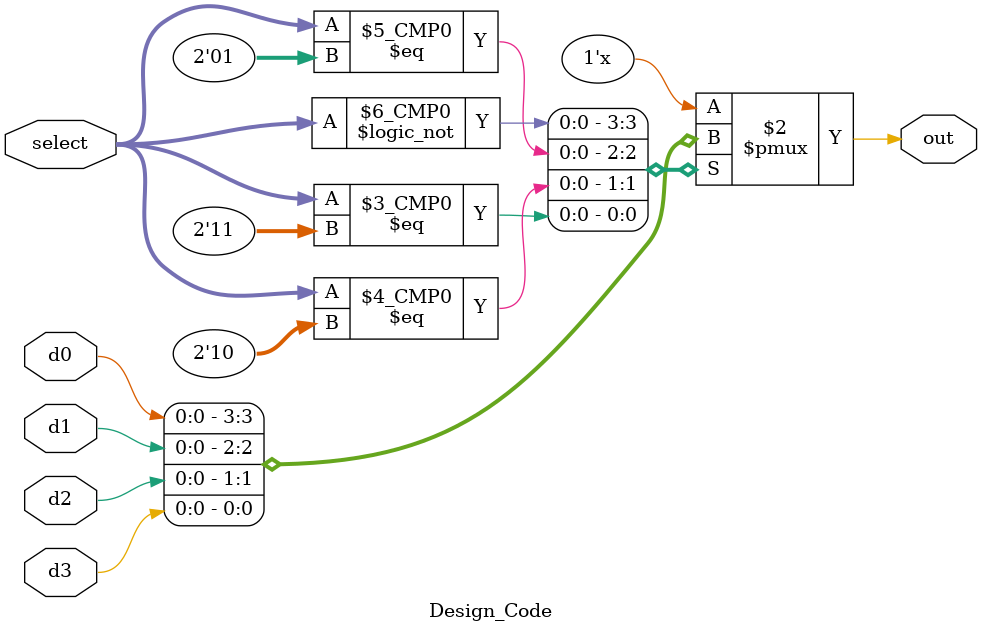
<source format=v>
module Design_Code(
input  d0,d1,d2,d3,  //四路输入
input [1:0] select,		  //两路选择信号
output reg  out
);
always @(*) 					//有任何改变都要执行
	begin
		case(select)			//选择语句
		2'b00:out=d0;			
		2'b01:out=d1;
		2'b10:out=d2;
		2'b11:out=d3;
		default:out=1'b1;
		endcase
	end
endmodule

</source>
